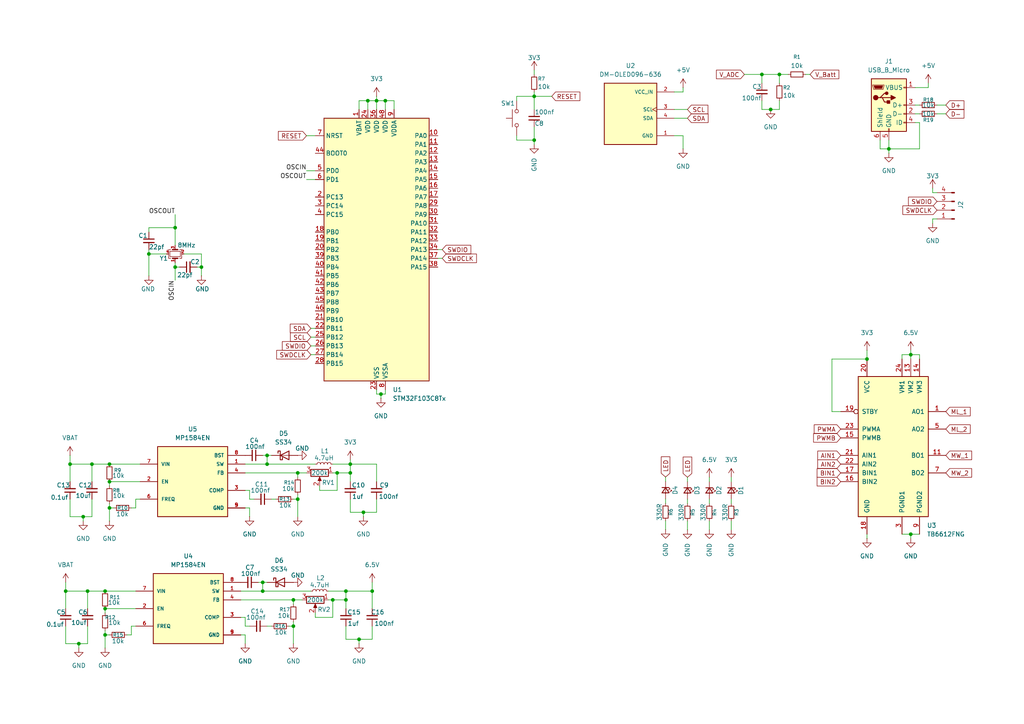
<source format=kicad_sch>
(kicad_sch (version 20250114) (generator "eeschema") (generator_version "9.0")
  (paper "A4")
  (title_block (title "Line Follower Robot") (date "7/13/2025"))
  (lib_symbols
    (symbol "Connector:Conn_01x04_Pin" (pin_names (offset 1.016) (hide yes))
      (property "Reference" "J" (at 0 5.08 0))
      (property "Value" "Conn_01x04_Pin" (at 0 -7.62 0))
      (symbol "Conn_01x04_Pin_1_1"
        (pin passive line (at 5.08 2.54 180) (length 3.81) (name "Pin_1") (number "1"))
        (pin passive line (at 5.08 0 180) (length 3.81) (name "Pin_2") (number "2"))
        (pin passive line (at 5.08 -2.54 180) (length 3.81) (name "Pin_3") (number "3"))
        (pin passive line (at 5.08 -5.08 180) (length 3.81) (name "Pin_4") (number "4"))
      )
    )
    (symbol "Connector:USB_B_Micro" (pin_names (offset 1.016))
      (property "Reference" "J" (at -5.08 11.43 0))
      (property "Value" "USB_B_Micro" (at -5.08 8.89 0))
      (symbol "USB_B_Micro_1_1"
        (pin passive line (at -2.54 -10.16 90) (length 2.54) (name "Shield") (number "6"))
        (pin power_out line (at 0 -10.16 90) (length 2.54) (name "GND") (number "5"))
        (pin power_out line (at 7.62 5.08 180) (length 2.54) (name "VBUS") (number "1"))
        (pin bidirectional line (at 7.62 0 180) (length 2.54) (name "D+") (number "3"))
        (pin bidirectional line (at 7.62 -2.54 180) (length 2.54) (name "D-") (number "2"))
        (pin passive line (at 7.62 -5.08 180) (length 2.54) (name "ID") (number "4"))
      )
    )
    (symbol "DM-OLED096-636:DM-OLED096-636" (pin_names (offset 1.016))
      (property "Reference" "U" (at -7.62 10.922 0))
      (property "Value" "DM-OLED096-636" (at -7.62 -10.16 0))
      (symbol "DM-OLED096-636_0_0"
        (pin power_in line (at 12.7 7.62 180) (length 5.08) (name "VCC_IN") (number "2"))
        (pin input clock (at 12.7 2.54 180) (length 5.08) (name "SCL") (number "3"))
        (pin bidirectional line (at 12.7 0 180) (length 5.08) (name "SDA") (number "4"))
        (pin power_in line (at 12.7 -5.08 180) (length 5.08) (name "GND") (number "1"))
      )
    )
    (symbol "Device:C_Small" (pin_numbers (hide yes)) (pin_names (offset 0.254) (hide yes))
      (property "Reference" "C" (at 0.254 1.778 0))
      (property "Value" "C_Small" (at 0.254 -2.032 0))
      (symbol "C_Small_1_1"
        (pin passive line (at 0 2.54 270) (length 2.032) (name "~") (number "1"))
        (pin passive line (at 0 -2.54 90) (length 2.032) (name "~") (number "2"))
      )
    )
    (symbol "Device:Crystal_GND24_Small" (pin_names (offset 1.016) (hide yes))
      (property "Reference" "Y" (at 1.27 4.445 0))
      (property "Value" "Crystal_GND24_Small" (at 1.27 2.54 0))
      (symbol "Crystal_GND24_Small_1_1"
        (pin passive line (at -2.54 0 0) (length 1.27) (name "1") (number "1"))
        (pin passive line (at 0 2.54 270) (length 0.635) (name "4") (number "4"))
        (pin passive line (at 0 -2.54 90) (length 0.635) (name "2") (number "2"))
        (pin passive line (at 2.54 0 180) (length 1.27) (name "3") (number "3"))
      )
    )
    (symbol "Device:LED_Small" (pin_numbers (hide yes)) (pin_names (offset 0.254) (hide yes))
      (property "Reference" "D" (at -1.27 3.175 0))
      (property "Value" "LED_Small" (at -4.445 -2.54 0))
      (symbol "LED_Small_1_1"
        (pin passive line (at -2.54 0 0) (length 1.778) (name "K") (number "1"))
        (pin passive line (at 2.54 0 180) (length 1.778) (name "A") (number "2"))
      )
    )
    (symbol "Device:L_Small" (pin_numbers (hide yes)) (pin_names (offset 0.254) (hide yes))
      (property "Reference" "L" (at 0.762 1.016 0))
      (property "Value" "L_Small" (at 0.762 -1.016 0))
      (symbol "L_Small_1_1"
        (pin passive line (at 0 2.54 270) (length 0.508) (name "~") (number "1"))
        (pin passive line (at 0 -2.54 90) (length 0.508) (name "~") (number "2"))
      )
    )
    (symbol "Device:R_Potentiometer" (pin_names (offset 1.016) (hide yes))
      (property "Reference" "RV" (at -4.445 0 90))
      (property "Value" "R_Potentiometer" (at -2.54 0 90))
      (symbol "R_Potentiometer_1_1"
        (pin passive line (at 0 3.81 270) (length 1.27) (name "1") (number "1"))
        (pin passive line (at 0 -3.81 90) (length 1.27) (name "3") (number "3"))
        (pin passive line (at 3.81 0 180) (length 1.27) (name "2") (number "2"))
      )
    )
    (symbol "Device:R_Small" (pin_numbers (hide yes)) (pin_names (offset 0.254) (hide yes))
      (property "Reference" "R" (at 0 0 90))
      (property "Value" "R_Small" (at 1.778 0 90))
      (symbol "R_Small_1_1"
        (pin passive line (at 0 2.54 270) (length 0.762) (name "~") (number "1"))
        (pin passive line (at 0 -2.54 90) (length 0.762) (name "~") (number "2"))
      )
    )
    (symbol "Diode:SS34" (pin_numbers (hide yes)) (pin_names (offset 1.016) (hide yes))
      (property "Reference" "D" (at 0 2.54 0))
      (property "Value" "SS34" (at 0 -2.54 0))
      (symbol "SS34_1_1"
        (pin passive line (at -3.81 0 0) (length 2.54) (name "K") (number "1"))
        (pin passive line (at 3.81 0 180) (length 2.54) (name "A") (number "2"))
      )
    )
    (symbol "Driver_Motor:TB6612FNG" (pin_names (offset 1.016))
      (property "Reference" "U" (at 11.43 17.78 0))
      (property "Value" "TB6612FNG" (at 11.43 15.24 0))
      (symbol "TB6612FNG_1_1"
        (pin input inverted (at -15.24 10.16 0) (length 5.08) (name "STBY") (number "19"))
        (pin input line (at -15.24 5.08 0) (length 5.08) (name "PWMA") (number "23"))
        (pin input line (at -15.24 2.54 0) (length 5.08) (name "PWMB") (number "15"))
        (pin input line (at -15.24 -2.54 0) (length 5.08) (name "AIN1") (number "21"))
        (pin input line (at -15.24 -5.08 0) (length 5.08) (name "AIN2") (number "22"))
        (pin input line (at -15.24 -7.62 0) (length 5.08) (name "BIN1") (number "17"))
        (pin input line (at -15.24 -10.16 0) (length 5.08) (name "BIN2") (number "16"))
        (pin power_in line (at -7.62 25.4 270) (length 5.08) (name "VCC") (number "20"))
        (pin power_in line (at -7.62 -25.4 90) (length 5.08) (name "GND") (number "18"))
        (pin power_in line (at 2.54 25.4 270) (length 5.08) (name "VM1") (number "24"))
        (pin power_in line (at 2.54 -25.4 90) (length 5.08) (name "PGND1") (number "3"))
        (pin passive line (at 2.54 -25.4 90) (length 5.08) (hide yes) (name "PGND1") (number "4"))
        (pin power_in line (at 5.08 25.4 270) (length 5.08) (name "VM2") (number "13"))
        (pin power_in line (at 7.62 25.4 270) (length 5.08) (name "VM3") (number "14"))
        (pin passive line (at 7.62 -25.4 90) (length 5.08) (hide yes) (name "PGND2") (number "10"))
        (pin power_in line (at 7.62 -25.4 90) (length 5.08) (name "PGND2") (number "9"))
        (pin output line (at 15.24 10.16 180) (length 5.08) (name "AO1") (number "1"))
        (pin passive line (at 15.24 10.16 180) (length 5.08) (hide yes) (name "AO1") (number "2"))
        (pin output line (at 15.24 5.08 180) (length 5.08) (name "AO2") (number "5"))
        (pin passive line (at 15.24 5.08 180) (length 5.08) (hide yes) (name "AO2") (number "6"))
        (pin output line (at 15.24 -2.54 180) (length 5.08) (name "BO1") (number "11"))
        (pin passive line (at 15.24 -2.54 180) (length 5.08) (hide yes) (name "BO1") (number "12"))
        (pin output line (at 15.24 -7.62 180) (length 5.08) (name "BO2") (number "7"))
        (pin passive line (at 15.24 -7.62 180) (length 5.08) (hide yes) (name "BO2") (number "8"))
      )
    )
    (symbol "MCU_ST_STM32F1:STM32F103C8Tx"
      (property "Reference" "U" (at -15.24 39.37 0))
      (property "Value" "STM32F103C8Tx" (at 7.62 39.37 0))
      (symbol "STM32F103C8Tx_1_1"
        (pin input line (at -17.78 33.02 0) (length 2.54) (name "NRST") (number "7"))
        (pin input line (at -17.78 27.94 0) (length 2.54) (name "BOOT0") (number "44"))
        (pin bidirectional line (at -17.78 22.86 0) (length 2.54) (name "PD0") (number "5"))
        (pin bidirectional line (at -17.78 20.32 0) (length 2.54) (name "PD1") (number "6"))
        (pin bidirectional line (at -17.78 15.24 0) (length 2.54) (name "PC13") (number "2"))
        (pin bidirectional line (at -17.78 12.7 0) (length 2.54) (name "PC14") (number "3"))
        (pin bidirectional line (at -17.78 10.16 0) (length 2.54) (name "PC15") (number "4"))
        (pin bidirectional line (at -17.78 5.08 0) (length 2.54) (name "PB0") (number "18"))
        (pin bidirectional line (at -17.78 2.54 0) (length 2.54) (name "PB1") (number "19"))
        (pin bidirectional line (at -17.78 0 0) (length 2.54) (name "PB2") (number "20"))
        (pin bidirectional line (at -17.78 -2.54 0) (length 2.54) (name "PB3") (number "39"))
        (pin bidirectional line (at -17.78 -5.08 0) (length 2.54) (name "PB4") (number "40"))
        (pin bidirectional line (at -17.78 -7.62 0) (length 2.54) (name "PB5") (number "41"))
        (pin bidirectional line (at -17.78 -10.16 0) (length 2.54) (name "PB6") (number "42"))
        (pin bidirectional line (at -17.78 -12.7 0) (length 2.54) (name "PB7") (number "43"))
        (pin bidirectional line (at -17.78 -15.24 0) (length 2.54) (name "PB8") (number "45"))
        (pin bidirectional line (at -17.78 -17.78 0) (length 2.54) (name "PB9") (number "46"))
        (pin bidirectional line (at -17.78 -20.32 0) (length 2.54) (name "PB10") (number "21"))
        (pin bidirectional line (at -17.78 -22.86 0) (length 2.54) (name "PB11") (number "22"))
        (pin bidirectional line (at -17.78 -25.4 0) (length 2.54) (name "PB12") (number "25"))
        (pin bidirectional line (at -17.78 -27.94 0) (length 2.54) (name "PB13") (number "26"))
        (pin bidirectional line (at -17.78 -30.48 0) (length 2.54) (name "PB14") (number "27"))
        (pin bidirectional line (at -17.78 -33.02 0) (length 2.54) (name "PB15") (number "28"))
        (pin power_in line (at -5.08 40.64 270) (length 2.54) (name "VBAT") (number "1"))
        (pin power_in line (at -2.54 40.64 270) (length 2.54) (name "VDD") (number "24"))
        (pin power_in line (at 0 40.64 270) (length 2.54) (name "VDD") (number "36"))
        (pin power_in line (at 0 -40.64 90) (length 2.54) (name "VSS") (number "23"))
        (pin passive line (at 0 -40.64 90) (length 2.54) (hide yes) (name "VSS") (number "35"))
        (pin passive line (at 0 -40.64 90) (length 2.54) (hide yes) (name "VSS") (number "47"))
        (pin power_in line (at 2.54 40.64 270) (length 2.54) (name "VDD") (number "48"))
        (pin power_in line (at 2.54 -40.64 90) (length 2.54) (name "VSSA") (number "8"))
        (pin power_in line (at 5.08 40.64 270) (length 2.54) (name "VDDA") (number "9"))
        (pin bidirectional line (at 17.78 33.02 180) (length 2.54) (name "PA0") (number "10"))
        (pin bidirectional line (at 17.78 30.48 180) (length 2.54) (name "PA1") (number "11"))
        (pin bidirectional line (at 17.78 27.94 180) (length 2.54) (name "PA2") (number "12"))
        (pin bidirectional line (at 17.78 25.4 180) (length 2.54) (name "PA3") (number "13"))
        (pin bidirectional line (at 17.78 22.86 180) (length 2.54) (name "PA4") (number "14"))
        (pin bidirectional line (at 17.78 20.32 180) (length 2.54) (name "PA5") (number "15"))
        (pin bidirectional line (at 17.78 17.78 180) (length 2.54) (name "PA6") (number "16"))
        (pin bidirectional line (at 17.78 15.24 180) (length 2.54) (name "PA7") (number "17"))
        (pin bidirectional line (at 17.78 12.7 180) (length 2.54) (name "PA8") (number "29"))
        (pin bidirectional line (at 17.78 10.16 180) (length 2.54) (name "PA9") (number "30"))
        (pin bidirectional line (at 17.78 7.62 180) (length 2.54) (name "PA10") (number "31"))
        (pin bidirectional line (at 17.78 5.08 180) (length 2.54) (name "PA11") (number "32"))
        (pin bidirectional line (at 17.78 2.54 180) (length 2.54) (name "PA12") (number "33"))
        (pin bidirectional line (at 17.78 0 180) (length 2.54) (name "PA13") (number "34"))
        (pin bidirectional line (at 17.78 -2.54 180) (length 2.54) (name "PA14") (number "37"))
        (pin bidirectional line (at 17.78 -5.08 180) (length 2.54) (name "PA15") (number "38"))
      )
    )
    (symbol "MP1584EN:MP1584EN" (pin_names (offset 1.016))
      (property "Reference" "U" (at -10.185 10.6942 0))
      (property "Value" "MP1584EN" (at -10.1723 -12.7154 0))
      (symbol "MP1584EN_0_0"
        (pin input line (at -15.24 5.08 0) (length 5.08) (name "VIN") (number "7"))
        (pin input line (at -15.24 0 0) (length 5.08) (name "EN") (number "2"))
        (pin input line (at -15.24 -5.08 0) (length 5.08) (name "FREQ") (number "6"))
        (pin passive line (at 15.24 7.62 180) (length 5.08) (name "BST") (number "8"))
        (pin output line (at 15.24 5.08 180) (length 5.08) (name "SW") (number "1"))
        (pin input line (at 15.24 2.54 180) (length 5.08) (name "FB") (number "4"))
        (pin output line (at 15.24 -2.54 180) (length 5.08) (name "COMP") (number "3"))
        (pin power_in line (at 15.24 -7.62 180) (length 5.08) (name "GND") (number "5"))
        (pin power_in line (at 15.24 -7.62 180) (length 5.08) (name "GND") (number "9"))
      )
    )
    (symbol "Switch:SW_Push" (pin_numbers (hide yes)) (pin_names (offset 1.016) (hide yes))
      (property "Reference" "SW" (at 1.27 2.54 0))
      (property "Value" "SW_Push" (at 0 -1.524 0))
      (symbol "SW_Push_0_1"
        (pin passive line (at -5.08 0 0) (length 2.54) (name "1") (number "1"))
        (pin passive line (at 5.08 0 180) (length 2.54) (name "2") (number "2"))
      )
    )
    (symbol "power:+3V3" (power) (pin_numbers (hide yes)) (pin_names (offset 0) (hide yes))
      (property "Value" "+3V3" (at 0 3.556 0))
      (symbol "+3V3_1_1"
        (pin power_in line (at 0 0 90) (length 0) (name "~") (number "1"))
      )
    )
    (symbol "power:+5V" (power) (pin_numbers (hide yes)) (pin_names (offset 0) (hide yes))
      (property "Value" "+5V" (at 0 3.556 0))
      (symbol "+5V_1_1"
        (pin power_in line (at 0 0 90) (length 0) (name "~") (number "1"))
      )
    )
    (symbol "power:GND" (power) (pin_numbers (hide yes)) (pin_names (offset 0) (hide yes))
      (property "Value" "GND" (at 0 -3.81 0))
      (symbol "GND_1_1"
        (pin power_in line (at 0 0 270) (length 0) (name "~") (number "1"))
      )
    )
    (symbol "power:VDC" (power) (pin_numbers (hide yes)) (pin_names (offset 0) (hide yes))
      (property "Value" "VDC" (at 0 3.556 0))
      (symbol "VDC_1_1"
        (pin power_in line (at 0 0 90) (length 0) (name "~") (number "1"))
      )
    )
  )
  (junction (at 257.81 43.18))
  (junction (at 251.46 104.14))
  (junction (at 96.52 173.99))
  (junction (at 226.06 21.59))
  (junction (at 85.09 181.61))
  (junction (at 264.16 102.87))
  (junction (at 101.6 134.62))
  (junction (at 43.18 73.66))
  (junction (at 154.94 40.64))
  (junction (at 223.52 31.75))
  (junction (at 50.8 77.47))
  (junction (at 100.33 171.45))
  (junction (at 104.14 185.42))
  (junction (at 30.48 184.15))
  (junction (at 30.48 171.45))
  (junction (at 220.98 21.59))
  (junction (at 30.48 176.53))
  (junction (at 76.2 171.45))
  (junction (at 77.47 134.62))
  (junction (at 264.16 154.94))
  (junction (at 111.76 29.21))
  (junction (at 109.22 29.21))
  (junction (at 31.75 134.62))
  (junction (at 26.67 134.62))
  (junction (at 24.13 149.86))
  (junction (at 22.86 186.69))
  (junction (at 154.94 27.94))
  (junction (at 77.47 132.08))
  (junction (at 86.36 137.16))
  (junction (at 97.79 137.16))
  (junction (at 76.2 168.91))
  (junction (at 25.4 171.45))
  (junction (at 106.68 29.21))
  (junction (at 31.75 139.7))
  (junction (at 110.49 114.3))
  (junction (at 107.95 171.45))
  (junction (at 31.75 147.32))
  (junction (at 19.05 171.45))
  (junction (at 86.36 144.78))
  (junction (at 100.33 173.99))
  (junction (at 85.09 173.99))
  (junction (at 58.42 77.47))
  (junction (at 101.6 137.16))
  (junction (at 20.32 134.62))
  (junction (at 50.8 66.04))
  (junction (at 105.41 148.59))
  (wire (pts (xy 109.22 29.21) (xy 109.22 27.94)))
  (wire (pts (xy 198.12 26.67) (xy 195.58 26.67)))
  (wire (pts (xy 154.94 20.32) (xy 154.94 21.59)))
  (wire (pts (xy 50.8 77.47) (xy 50.8 76.2)))
  (wire (pts (xy 269.24 25.4) (xy 265.43 25.4)))
  (wire (pts (xy 107.95 171.45) (xy 100.33 171.45)))
  (wire (pts (xy 212.09 146.05) (xy 212.09 144.78)))
  (wire (pts (xy 266.7 33.02) (xy 265.43 33.02)))
  (wire (pts (xy 111.76 29.21) (xy 109.22 29.21)))
  (wire (pts (xy 110.49 115.57) (xy 110.49 114.3)))
  (wire (pts (xy 74.93 168.91) (xy 76.2 168.91)))
  (wire (pts (xy 71.12 184.15) (xy 69.85 184.15)))
  (wire (pts (xy 72.39 142.24) (xy 72.39 144.78)))
  (wire (pts (xy 72.39 149.86) (xy 72.39 147.32)))
  (wire (pts (xy 25.4 186.69) (xy 25.4 181.61)))
  (wire (pts (xy 193.04 145.9863) (xy 193.04 144.7163)))
  (wire (pts (xy 97.79 137.16) (xy 101.6 137.16)))
  (wire (pts (xy 199.39 153.67) (xy 199.39 151.13)))
  (wire (pts (xy 95.25 173.99) (xy 96.52 173.99)))
  (wire (pts (xy 57.15 77.47) (xy 58.42 77.47)))
  (wire (pts (xy 25.4 176.53) (xy 25.4 171.45)))
  (wire (pts (xy 109.22 144.78) (xy 109.22 148.59)))
  (wire (pts (xy 31.75 146.05) (xy 31.75 147.32)))
  (wire (pts (xy 251.46 156.21) (xy 251.46 154.94)))
  (wire (pts (xy 39.37 144.78) (xy 40.64 144.78)))
  (wire (pts (xy 19.05 171.45) (xy 25.4 171.45)))
  (wire (pts (xy 31.75 147.32) (xy 33.02 147.32)))
  (wire (pts (xy 31.75 139.7) (xy 40.64 139.7)))
  (wire (pts (xy 19.05 181.61) (xy 19.05 186.69)))
  (wire (pts (xy 265.43 35.56) (xy 266.7 35.56)))
  (wire (pts (xy 101.6 148.59) (xy 101.6 144.78)))
  (wire (pts (xy 266.7 35.56) (xy 266.7 43.18)))
  (wire (pts (xy 38.1 184.15) (xy 38.1 181.61)))
  (wire (pts (xy 104.14 29.21) (xy 104.14 31.75)))
  (wire (pts (xy 226.06 21.59) (xy 228.6 21.59)))
  (wire (pts (xy 255.27 40.64) (xy 255.27 43.18)))
  (wire (pts (xy 274.32 30.48) (xy 271.78 30.48)))
  (wire (pts (xy 71.12 142.24) (xy 72.39 142.24)))
  (wire (pts (xy 215.9 21.59) (xy 220.98 21.59)))
  (wire (pts (xy 71.12 181.61) (xy 72.39 181.61)))
  (wire (pts (xy 105.41 148.59) (xy 105.41 149.86)))
  (wire (pts (xy 76.2 168.91) (xy 76.2 171.45)))
  (wire (pts (xy 264.16 154.94) (xy 266.7 154.94)))
  (wire (pts (xy 39.37 147.32) (xy 39.37 144.78)))
  (wire (pts (xy 85.09 181.61) (xy 85.09 186.69)))
  (wire (pts (xy 205.74 153.67) (xy 205.74 151.13)))
  (wire (pts (xy 90.17 102.87) (xy 91.44 102.87)))
  (wire (pts (xy 86.36 137.16) (xy 71.12 137.16)))
  (wire (pts (xy 20.32 134.62) (xy 20.32 139.7)))
  (wire (pts (xy 205.74 146.05) (xy 205.74 144.78)))
  (wire (pts (xy 109.22 148.59) (xy 105.41 148.59)))
  (wire (pts (xy 91.44 179.07) (xy 96.52 179.07)))
  (wire (pts (xy 128.27 72.39) (xy 127 72.39)))
  (wire (pts (xy 109.22 134.62) (xy 101.6 134.62)))
  (wire (pts (xy 36.83 184.15) (xy 38.1 184.15)))
  (wire (pts (xy 30.48 171.45) (xy 39.37 171.45)))
  (wire (pts (xy 87.63 173.99) (xy 85.09 173.99)))
  (wire (pts (xy 71.12 134.62) (xy 77.47 134.62)))
  (wire (pts (xy 96.52 179.07) (xy 96.52 173.99)))
  (wire (pts (xy 20.32 144.78) (xy 20.32 149.86)))
  (wire (pts (xy 154.94 27.94) (xy 160.02 27.94)))
  (wire (pts (xy 154.94 31.75) (xy 154.94 27.94)))
  (wire (pts (xy 52.07 77.47) (xy 50.8 77.47)))
  (wire (pts (xy 85.09 180.34) (xy 85.09 181.61)))
  (wire (pts (xy 111.76 29.21) (xy 114.3 29.21)))
  (wire (pts (xy 264.16 101.6) (xy 264.16 102.87)))
  (wire (pts (xy 24.13 149.86) (xy 26.67 149.86)))
  (wire (pts (xy 90.17 97.79) (xy 91.44 97.79)))
  (wire (pts (xy 85.09 144.78) (xy 86.36 144.78)))
  (wire (pts (xy 101.6 137.16) (xy 101.6 139.7)))
  (wire (pts (xy 86.36 137.16) (xy 86.36 138.43)))
  (wire (pts (xy 58.42 80.01) (xy 58.42 77.47)))
  (wire (pts (xy 257.81 43.18) (xy 257.81 40.64)))
  (wire (pts (xy 128.27 74.93) (xy 127 74.93)))
  (wire (pts (xy 220.98 31.75) (xy 220.98 29.21)))
  (wire (pts (xy 20.32 134.62) (xy 26.67 134.62)))
  (wire (pts (xy 30.48 184.15) (xy 30.48 187.96)))
  (wire (pts (xy 30.48 176.53) (xy 39.37 176.53)))
  (wire (pts (xy 97.79 142.24) (xy 97.79 137.16)))
  (wire (pts (xy 92.71 142.24) (xy 97.79 142.24)))
  (wire (pts (xy 110.49 114.3) (xy 111.76 114.3)))
  (wire (pts (xy 26.67 134.62) (xy 31.75 134.62)))
  (wire (pts (xy 270.51 64.77) (xy 270.51 63.5)))
  (wire (pts (xy 69.85 179.07) (xy 71.12 179.07)))
  (wire (pts (xy 255.27 43.18) (xy 257.81 43.18)))
  (wire (pts (xy 20.32 149.86) (xy 24.13 149.86)))
  (wire (pts (xy 88.9 49.53) (xy 91.44 49.53)))
  (wire (pts (xy 269.24 24.13) (xy 269.24 25.4)))
  (wire (pts (xy 50.8 81.28) (xy 50.8 77.47)))
  (wire (pts (xy 257.81 43.18) (xy 257.81 44.45)))
  (wire (pts (xy 220.98 21.59) (xy 226.06 21.59)))
  (wire (pts (xy 107.95 176.53) (xy 107.95 171.45)))
  (wire (pts (xy 88.9 39.37) (xy 91.44 39.37)))
  (wire (pts (xy 107.95 185.42) (xy 104.14 185.42)))
  (wire (pts (xy 106.68 29.21) (xy 106.68 31.75)))
  (wire (pts (xy 270.51 54.61) (xy 270.51 55.88)))
  (wire (pts (xy 264.16 154.94) (xy 264.16 156.21)))
  (wire (pts (xy 50.8 66.04) (xy 50.8 71.12)))
  (wire (pts (xy 19.05 171.45) (xy 19.05 176.53)))
  (wire (pts (xy 77.47 132.08) (xy 77.47 134.62)))
  (wire (pts (xy 22.86 187.96) (xy 22.86 186.69)))
  (wire (pts (xy 199.39 31.75) (xy 195.58 31.75)))
  (wire (pts (xy 30.48 184.15) (xy 31.75 184.15)))
  (wire (pts (xy 76.2 171.45) (xy 90.17 171.45)))
  (wire (pts (xy 266.7 43.18) (xy 257.81 43.18)))
  (wire (pts (xy 154.94 41.91) (xy 154.94 40.64)))
  (wire (pts (xy 101.6 133.35) (xy 101.6 134.62)))
  (wire (pts (xy 111.76 114.3) (xy 111.76 113.03)))
  (wire (pts (xy 88.9 52.07) (xy 91.44 52.07)))
  (wire (pts (xy 100.33 173.99) (xy 100.33 176.53)))
  (wire (pts (xy 220.98 21.59) (xy 220.98 24.13)))
  (wire (pts (xy 109.22 29.21) (xy 106.68 29.21)))
  (wire (pts (xy 270.51 63.5) (xy 271.78 63.5)))
  (wire (pts (xy 261.62 104.14) (xy 261.62 102.87)))
  (wire (pts (xy 261.62 102.87) (xy 264.16 102.87)))
  (wire (pts (xy 38.1 181.61) (xy 39.37 181.61)))
  (wire (pts (xy 193.04 138.3663) (xy 193.04 139.6363)))
  (wire (pts (xy 106.68 29.21) (xy 104.14 29.21)))
  (wire (pts (xy 43.18 80.01) (xy 43.18 73.66)))
  (wire (pts (xy 154.94 26.67) (xy 154.94 27.94)))
  (wire (pts (xy 114.3 29.21) (xy 114.3 31.75)))
  (wire (pts (xy 154.94 40.64) (xy 154.94 36.83)))
  (wire (pts (xy 264.16 102.87) (xy 266.7 102.87)))
  (wire (pts (xy 226.06 29.21) (xy 226.06 31.75)))
  (wire (pts (xy 58.42 73.66) (xy 53.34 73.66)))
  (wire (pts (xy 50.8 62.23) (xy 50.8 66.04)))
  (wire (pts (xy 270.51 55.88) (xy 271.78 55.88)))
  (wire (pts (xy 96.52 134.62) (xy 101.6 134.62)))
  (wire (pts (xy 43.18 66.04) (xy 50.8 66.04)))
  (wire (pts (xy 71.12 186.69) (xy 71.12 184.15)))
  (wire (pts (xy 274.32 33.02) (xy 271.78 33.02)))
  (wire (pts (xy 261.62 154.94) (xy 264.16 154.94)))
  (wire (pts (xy 69.85 171.45) (xy 76.2 171.45)))
  (wire (pts (xy 266.7 102.87) (xy 266.7 104.14)))
  (wire (pts (xy 107.95 181.61) (xy 107.95 185.42)))
  (wire (pts (xy 266.7 30.48) (xy 265.43 30.48)))
  (wire (pts (xy 212.09 153.67) (xy 212.09 151.13)))
  (wire (pts (xy 78.74 132.08) (xy 77.47 132.08)))
  (wire (pts (xy 223.52 31.75) (xy 226.06 31.75)))
  (wire (pts (xy 72.39 144.78) (xy 73.66 144.78)))
  (wire (pts (xy 95.25 171.45) (xy 100.33 171.45)))
  (wire (pts (xy 233.68 21.59) (xy 234.95 21.59)))
  (wire (pts (xy 83.82 181.61) (xy 85.09 181.61)))
  (wire (pts (xy 100.33 185.42) (xy 100.33 181.61)))
  (wire (pts (xy 226.06 21.59) (xy 226.06 24.13)))
  (wire (pts (xy 199.39 146.05) (xy 199.39 144.78)))
  (wire (pts (xy 199.39 34.29) (xy 195.58 34.29)))
  (wire (pts (xy 100.33 173.99) (xy 100.33 171.45)))
  (wire (pts (xy 198.12 39.37) (xy 195.58 39.37)))
  (wire (pts (xy 38.1 147.32) (xy 39.37 147.32)))
  (wire (pts (xy 241.3 119.38) (xy 241.3 104.14)))
  (wire (pts (xy 96.52 173.99) (xy 100.33 173.99)))
  (wire (pts (xy 78.74 181.61) (xy 77.47 181.61)))
  (wire (pts (xy 26.67 149.86) (xy 26.67 144.78)))
  (wire (pts (xy 77.47 168.91) (xy 76.2 168.91)))
  (wire (pts (xy 264.16 102.87) (xy 264.16 104.14)))
  (wire (pts (xy 31.75 140.97) (xy 31.75 139.7)))
  (wire (pts (xy 198.12 43.18) (xy 198.12 39.37)))
  (wire (pts (xy 109.22 29.21) (xy 109.22 31.75)))
  (wire (pts (xy 88.9 137.16) (xy 86.36 137.16)))
  (wire (pts (xy 212.09 138.43) (xy 212.09 139.7)))
  (wire (pts (xy 30.48 182.88) (xy 30.48 184.15)))
  (wire (pts (xy 241.3 104.14) (xy 251.46 104.14)))
  (wire (pts (xy 111.76 29.21) (xy 111.76 31.75)))
  (wire (pts (xy 43.18 72.39) (xy 43.18 73.66)))
  (wire (pts (xy 251.46 101.6) (xy 251.46 104.14)))
  (wire (pts (xy 107.95 168.91) (xy 107.95 171.45)))
  (wire (pts (xy 31.75 134.62) (xy 40.64 134.62)))
  (wire (pts (xy 22.86 186.69) (xy 25.4 186.69)))
  (wire (pts (xy 109.22 114.3) (xy 110.49 114.3)))
  (wire (pts (xy 80.01 144.78) (xy 78.74 144.78)))
  (wire (pts (xy 149.86 40.64) (xy 154.94 40.64)))
  (wire (pts (xy 149.86 27.94) (xy 154.94 27.94)))
  (wire (pts (xy 72.39 147.32) (xy 71.12 147.32)))
  (wire (pts (xy 24.13 151.13) (xy 24.13 149.86)))
  (wire (pts (xy 109.22 139.7) (xy 109.22 134.62)))
  (wire (pts (xy 96.52 137.16) (xy 97.79 137.16)))
  (wire (pts (xy 20.32 132.08) (xy 20.32 134.62)))
  (wire (pts (xy 220.98 31.75) (xy 223.52 31.75)))
  (wire (pts (xy 31.75 147.32) (xy 31.75 151.13)))
  (wire (pts (xy 104.14 185.42) (xy 100.33 185.42)))
  (wire (pts (xy 19.05 186.69) (xy 22.86 186.69)))
  (wire (pts (xy 71.12 179.07) (xy 71.12 181.61)))
  (wire (pts (xy 104.14 185.42) (xy 104.14 186.69)))
  (wire (pts (xy 76.2 132.08) (xy 77.47 132.08)))
  (wire (pts (xy 101.6 137.16) (xy 101.6 134.62)))
  (wire (pts (xy 91.44 179.07) (xy 91.44 177.8)))
  (wire (pts (xy 85.09 173.99) (xy 69.85 173.99)))
  (wire (pts (xy 149.86 29.21) (xy 149.86 27.94)))
  (wire (pts (xy 199.39 138.43) (xy 199.39 139.7)))
  (wire (pts (xy 43.18 67.31) (xy 43.18 66.04)))
  (wire (pts (xy 193.04 153.6063) (xy 193.04 151.0663)))
  (wire (pts (xy 77.47 134.62) (xy 91.44 134.62)))
  (wire (pts (xy 90.17 100.33) (xy 91.44 100.33)))
  (wire (pts (xy 58.42 77.47) (xy 58.42 73.66)))
  (wire (pts (xy 25.4 171.45) (xy 30.48 171.45)))
  (wire (pts (xy 149.86 39.37) (xy 149.86 40.64)))
  (wire (pts (xy 109.22 113.03) (xy 109.22 114.3)))
  (wire (pts (xy 85.09 173.99) (xy 85.09 175.26)))
  (wire (pts (xy 43.18 73.66) (xy 48.26 73.66)))
  (wire (pts (xy 92.71 142.24) (xy 92.71 140.97)))
  (wire (pts (xy 86.36 143.51) (xy 86.36 144.78)))
  (wire (pts (xy 86.36 144.78) (xy 86.36 149.86)))
  (wire (pts (xy 205.74 138.43) (xy 205.74 139.7)))
  (wire (pts (xy 105.41 148.59) (xy 101.6 148.59)))
  (wire (pts (xy 30.48 177.8) (xy 30.48 176.53)))
  (wire (pts (xy 26.67 139.7) (xy 26.67 134.62)))
  (wire (pts (xy 243.84 119.38) (xy 241.3 119.38)))
  (wire (pts (xy 198.12 25.4) (xy 198.12 26.67)))
  (wire (pts (xy 90.17 95.25) (xy 91.44 95.25)))
  (wire (pts (xy 19.05 168.91) (xy 19.05 171.45)))
  (label "OSCOUT" (at 50.8 62.23 180))
  (label "OSCIN" (at 50.8 81.28 270))
  (label "OSCOUT" (at 88.9 52.07 180))
  (label "OSCIN" (at 88.9 49.53 180))
  (global_label "SWDIO" (shape input) (at 271.78 58.42 180) (property "Intersheetrefs" "${INTERSHEET_REFS}" (effects (hide yes))))
  (global_label "D+" (shape input) (at 274.32 30.48 0) (property "Intersheetrefs" "${INTERSHEET_REFS}" (effects (hide yes))))
  (global_label "SWDIO" (shape input) (at 128.27 72.39 0) (property "Intersheetrefs" "${INTERSHEET_REFS}" (effects (hide yes))))
  (global_label "PWMB" (shape input) (at 243.84 127 180) (property "Intersheetrefs" "${INTERSHEET_REFS}" (effects (hide yes))))
  (global_label "V_ADC" (shape input) (at 215.9 21.59 180) (property "Intersheetrefs" "${INTERSHEET_REFS}" (effects (hide yes))))
  (global_label "V_Batt" (shape input) (at 234.95 21.59 0) (property "Intersheetrefs" "${INTERSHEET_REFS}" (effects (hide yes))))
  (global_label "SCL" (shape input) (at 199.39 31.75 0) (property "Intersheetrefs" "${INTERSHEET_REFS}" (effects (hide yes))))
  (global_label "ML_2" (shape input) (at 274.32 124.46 0) (property "Intersheetrefs" "${INTERSHEET_REFS}" (effects (hide yes))))
  (global_label "SWDCLK" (shape input) (at 90.17 102.87 180) (property "Intersheetrefs" "${INTERSHEET_REFS}" (effects (hide yes))))
  (global_label "SWDCLK" (shape input) (at 271.78 60.96 180) (property "Intersheetrefs" "${INTERSHEET_REFS}" (effects (hide yes))))
  (global_label "SWDIO" (shape input) (at 90.17 100.33 180) (property "Intersheetrefs" "${INTERSHEET_REFS}" (effects (hide yes))))
  (global_label "RESET" (shape input) (at 88.9 39.37 180) (property "Intersheetrefs" "${INTERSHEET_REFS}" (effects (hide yes))))
  (global_label "MW_2" (shape input) (at 274.32 137.16 0) (property "Intersheetrefs" "${INTERSHEET_REFS}" (effects (hide yes))))
  (global_label "PWMA" (shape input) (at 243.84 124.46 180) (property "Intersheetrefs" "${INTERSHEET_REFS}" (effects (hide yes))))
  (global_label "ML_1" (shape input) (at 274.32 119.38 0) (property "Intersheetrefs" "${INTERSHEET_REFS}" (effects (hide yes))))
  (global_label "SDA" (shape input) (at 199.39 34.29 0) (property "Intersheetrefs" "${INTERSHEET_REFS}" (effects (hide yes))))
  (global_label "RESET" (shape input) (at 160.02 27.94 0) (property "Intersheetrefs" "${INTERSHEET_REFS}" (effects (hide yes))))
  (global_label "BIN1" (shape input) (at 243.84 137.16 180) (property "Intersheetrefs" "${INTERSHEET_REFS}" (effects (hide yes))))
  (global_label "MW_1" (shape input) (at 274.32 132.08 0) (property "Intersheetrefs" "${INTERSHEET_REFS}" (effects (hide yes))))
  (global_label "LED" (shape input) (at 199.39 138.43 90) (property "Intersheetrefs" "${INTERSHEET_REFS}" (effects (hide yes))))
  (global_label "SWDCLK" (shape input) (at 128.27 74.93 0) (property "Intersheetrefs" "${INTERSHEET_REFS}" (effects (hide yes))))
  (global_label "SDA" (shape input) (at 90.17 95.25 180) (property "Intersheetrefs" "${INTERSHEET_REFS}" (effects (hide yes))))
  (global_label "AIN2" (shape input) (at 243.84 134.62 180) (property "Intersheetrefs" "${INTERSHEET_REFS}" (effects (hide yes))))
  (global_label "LED" (shape input) (at 193.04 138.3663 90) (property "Intersheetrefs" "${INTERSHEET_REFS}" (effects (hide yes))))
  (global_label "SCL" (shape input) (at 90.17 97.79 180) (property "Intersheetrefs" "${INTERSHEET_REFS}" (effects (hide yes))))
  (global_label "D-" (shape input) (at 274.32 33.02 0) (property "Intersheetrefs" "${INTERSHEET_REFS}" (effects (hide yes))))
  (global_label "BIN2" (shape input) (at 243.84 139.7 180) (property "Intersheetrefs" "${INTERSHEET_REFS}" (effects (hide yes))))
  (global_label "AIN1" (shape input) (at 243.84 132.08 180) (property "Intersheetrefs" "${INTERSHEET_REFS}" (effects (hide yes))))
  (symbol (lib_id "power:GND") (at 199.39 153.67 0) (unit 1)
    (property "Reference" "#PWR020" (effects (hide yes)))
    (property "Value" "GND" (at 199.3901 157.48 90) (effects (justify right)))
    (property "Description" "Power symbol creates a global label with name \"GND\" , ground" (effects (hide yes)))
  )
  (symbol (lib_id "power:GND") (at 72.39 149.86 0) (unit 1)
    (property "Reference" "#PWR028" (effects (hide yes)))
    (property "Value" "GND" (at 72.39 154.94 0))
    (property "Description" "Power symbol creates a global label with name \"GND\" , ground" (effects (hide yes)))
  )
  (symbol (lib_id "Device:C_Small") (at 109.22 142.24 180) (unit 1)
    (property "Reference" "C9" (at 112.776 140.716 0) (effects (justify left)))
    (property "Value" "1uf" (at 105.41 144.018 0) (effects (justify left)))
    (property "Description" "Unpolarized capacitor, small symbol" (effects (hide yes)))
  )
  (symbol (lib_id "Connector:USB_B_Micro") (at 257.81 30.48 0) (unit 1)
    (property "Reference" "J1" (at 257.81 17.78 0))
    (property "Value" "USB_B_Micro" (at 257.81 20.32 0))
    (property "Description" "USB Micro Type B connector" (effects (hide yes)))
  )
  (symbol (lib_id "power:GND") (at 24.13 151.13 0) (unit 1)
    (property "Reference" "#PWR030" (effects (hide yes)))
    (property "Value" "GND" (at 24.13 156.21 0))
    (property "Description" "Power symbol creates a global label with name \"GND\" , ground" (effects (hide yes)))
  )
  (symbol (lib_id "power:GND") (at 86.36 149.86 0) (unit 1)
    (property "Reference" "#PWR033" (effects (hide yes)))
    (property "Value" "GND" (at 86.36 154.94 0))
    (property "Description" "Power symbol creates a global label with name \"GND\" , ground" (effects (hide yes)))
  )
  (symbol (lib_id "power:GND") (at 264.16 156.21 0) (unit 1)
    (property "Reference" "#PWR011" (effects (hide yes)))
    (property "Value" "GND" (at 264.16 161.29 0))
    (property "Description" "Power symbol creates a global label with name \"GND\" , ground" (effects (hide yes)))
  )
  (symbol (lib_id "Diode:SS34") (at 81.28 168.91 0) (unit 1)
    (property "Reference" "D6" (at 80.9625 162.56 0))
    (property "Value" "SS34" (at 80.9625 165.1 0))
    (property "Footprint" "Diode_SMD:D_SMA" (effects (hide yes)))
    (property "Datasheet" "https://www.vishay.com/docs/88751/ss32.pdf" (effects (hide yes)))
    (property "Description" "40V 3A Schottky Diode, SMA" (effects (hide yes)))
  )
  (symbol (lib_id "power:GND") (at 223.52 31.75 0) (unit 1)
    (property "Reference" "#PWR09" (effects (hide yes)))
    (property "Value" "GND" (at 223.52 36.83 0))
    (property "Description" "Power symbol creates a global label with name \"GND\" , ground" (effects (hide yes)))
  )
  (symbol (lib_id "power:GND") (at 193.04 153.6063 0) (unit 1)
    (property "Reference" "#PWR021" (effects (hide yes)))
    (property "Value" "GND" (at 193.0401 157.4163 90) (effects (justify right)))
    (property "Description" "Power symbol creates a global label with name \"GND\" , ground" (effects (hide yes)))
  )
  (symbol (lib_id "power:GND") (at 154.94 41.91 0) (unit 1)
    (property "Reference" "#PWR025" (effects (hide yes)))
    (property "Value" "GND" (at 154.9401 45.72 90) (effects (justify right)))
    (property "Description" "Power symbol creates a global label with name \"GND\" , ground" (effects (hide yes)))
  )
  (symbol (lib_id "power:GND") (at 22.86 187.96 0) (unit 1)
    (property "Reference" "#PWR029" (effects (hide yes)))
    (property "Value" "GND" (at 22.86 193.04 0))
    (property "Description" "Power symbol creates a global label with name \"GND\" , ground" (effects (hide yes)))
  )
  (symbol (lib_id "power:GND") (at 212.09 153.67 0) (unit 1)
    (property "Reference" "#PWR018" (effects (hide yes)))
    (property "Value" "GND" (at 212.0901 157.48 90) (effects (justify right)))
    (property "Description" "Power symbol creates a global label with name \"GND\" , ground" (effects (hide yes)))
  )
  (symbol (lib_id "Device:C_Small") (at 107.95 179.07 180) (unit 1)
    (property "Reference" "C16" (at 111.506 177.546 0) (effects (justify left)))
    (property "Value" "1uf" (at 104.14 180.848 0) (effects (justify left)))
    (property "Description" "Unpolarized capacitor, small symbol" (effects (hide yes)))
  )
  (symbol (lib_id "Device:R_Small") (at 30.48 180.34 180) (unit 1)
    (property "Reference" "R12" (at 33.528 179.07 0) (effects (font (size 1.016 1.016)) (justify left)))
    (property "Value" "10k" (at 35.052 180.594 0) (effects (justify left)))
    (property "Description" "Resistor, small symbol" (effects (hide yes)))
  )
  (symbol (lib_id "power:VDC") (at 251.46 101.6 0) (unit 1)
    (property "Reference" "#PWR014" (effects (hide yes)))
    (property "Value" "3V3" (at 251.46 96.52 0))
    (property "Description" "Power symbol creates a global label with name \"VDC\"" (effects (hide yes)))
  )
  (symbol (lib_id "Device:R_Small") (at 154.94 24.13 0) (unit 1)
    (property "Reference" "R7" (at 155.956 22.86 0) (effects (font (size 1.016 1.016)) (justify left)))
    (property "Value" "10k" (at 155.956 25.146 0) (effects (justify left)))
    (property "Description" "Resistor, small symbol" (effects (hide yes)))
  )
  (symbol (lib_id "Device:R_Small") (at 193.04 148.5263 0) (unit 1)
    (property "Reference" "R6" (at 194.564 148.5263 90) (effects (font (size 1.016 1.016))))
    (property "Value" "330R" (at 191.262 148.5263 90))
    (property "Description" "Resistor, small symbol" (effects (hide yes)))
  )
  (symbol (lib_id "power:VDC") (at 20.32 132.08 0) (unit 1)
    (property "Reference" "#PWR016" (effects (hide yes)))
    (property "Value" "VBAT" (at 20.32 127 0))
    (property "Description" "Power symbol creates a global label with name \"VDC\"" (effects (hide yes)))
  )
  (symbol (lib_id "Device:C_Small") (at 73.66 132.08 270) (unit 1)
    (property "Reference" "C4" (at 72.39 127.762 90) (effects (justify left)))
    (property "Value" "100nf" (at 71.12 129.54 90) (effects (justify left)))
    (property "Description" "Unpolarized capacitor, small symbol" (effects (hide yes)))
  )
  (symbol (lib_id "Device:R_Small") (at 226.06 26.67 0) (unit 1)
    (property "Reference" "R2" (at 227.076 25.4 0) (effects (font (size 1.016 1.016)) (justify left)))
    (property "Value" "10k" (at 227.076 27.686 0) (effects (justify left)))
    (property "Description" "Resistor, small symbol" (effects (hide yes)))
  )
  (symbol (lib_id "Device:R_Small") (at 269.24 33.02 90) (unit 1)
    (property "Reference" "R19" (at 269.24 34.798 90) (effects (font (size 1.016 1.016))))
    (property "Value" "10k" (at 269.24 33.02 90))
    (property "Description" "Resistor, small symbol" (effects (hide yes)))
  )
  (symbol (lib_id "Device:R_Small") (at 35.56 147.32 90) (unit 1)
    (property "Reference" "R10" (at 37.084 147.32 90) (effects (font (size 1.016 1.016)) (justify left)))
    (property "Value" "10k" (at 37.338 149.098 90) (effects (justify left)))
    (property "Description" "Resistor, small symbol" (effects (hide yes)))
  )
  (symbol (lib_id "Device:R_Small") (at 205.74 148.59 0) (unit 1)
    (property "Reference" "R4" (at 207.264 148.59 90) (effects (font (size 1.016 1.016))))
    (property "Value" "330R" (at 203.962 148.59 90))
    (property "Description" "Resistor, small symbol" (effects (hide yes)))
  )
  (symbol (lib_id "power:GND") (at 31.75 151.13 0) (unit 1)
    (property "Reference" "#PWR031" (effects (hide yes)))
    (property "Value" "GND" (at 31.75 156.21 0))
    (property "Description" "Power symbol creates a global label with name \"GND\" , ground" (effects (hide yes)))
  )
  (symbol (lib_id "power:VDC") (at 270.51 54.61 0) (unit 1)
    (property "Reference" "#PWR027" (effects (hide yes)))
    (property "Value" "3V3" (at 270.51 51.054 0))
    (property "Description" "Power symbol creates a global label with name \"VDC\"" (effects (hide yes)))
  )
  (symbol (lib_id "Device:LED_Small") (at 212.09 142.24 270) (unit 1)
    (property "Reference" "D1" (at 214.884 142.24 0))
    (property "Value" "LED_Small" (effects (hide yes)))
    (property "Description" "Light emitting diode, small symbol" (effects (hide yes)))
    (property "Sim.Pin" "1=K 2=A" (effects (hide yes)))
  )
  (symbol (lib_id "power:VDC") (at 19.05 168.91 0) (unit 1)
    (property "Reference" "#PWR012" (effects (hide yes)))
    (property "Value" "VBAT" (at 19.05 163.83 0))
    (property "Description" "Power symbol creates a global label with name \"VDC\"" (effects (hide yes)))
  )
  (symbol (lib_id "Device:R_Small") (at 81.28 181.61 270) (unit 1)
    (property "Reference" "R16" (at 82.804 181.61 90) (effects (font (size 1.016 1.016)) (justify right)))
    (property "Value" "10k" (at 83.312 183.388 90) (effects (justify right)))
    (property "Description" "Resistor, small symbol" (effects (hide yes)))
  )
  (symbol (lib_id "DM-OLED096-636:DM-OLED096-636") (at 182.88 34.29 0) (unit 1)
    (property "Reference" "U2" (at 182.88 19.05 0))
    (property "Value" "DM-OLED096-636" (at 182.88 21.59 0))
    (property "Footprint" "DM-OLED096-636:MODULE_DM-OLED096-636" (effects (hide yes)))
    (property "MF" "Display Module" (effects (hide yes)))
    (property "MAXIMUM_PACKAGE_HEIGHT" "11.3 mm" (effects (hide yes)))
    (property "Package" "Package" (effects (hide yes)))
    (property "Price" "None" (effects (hide yes)))
    (property "Check_prices" "https://www.snapeda.com/parts/DM-OLED096-636/Display+Module/view-part/?ref=eda" (effects (hide yes)))
    (property "STANDARD" "Manufacturer Recommendations" (effects (hide yes)))
    (property "PARTREV" "2018-09-10" (effects (hide yes)))
    (property "SnapEDA_Link" "https://www.snapeda.com/parts/DM-OLED096-636/Display+Module/view-part/?ref=snap" (effects (hide yes)))
    (property "MP" "DM-OLED096-636" (effects (hide yes)))
    (property "Description_1" "0.96” 128 X 64 MONOCHROME GRAPHIC OLED DISPLAY MODULE - I2C" (effects (hide yes)))
    (property "Availability" "Not in stock" (effects (hide yes)))
    (property "MANUFACTURER" "Displaymodule" (effects (hide yes)))
  )
  (symbol (lib_id "Device:C_Small") (at 154.94 34.29 180) (unit 1)
    (property "Reference" "C8" (at 157.734 35.814 0) (effects (justify left)))
    (property "Value" "100nf" (at 160.782 32.512 0) (effects (justify left)))
    (property "Description" "Unpolarized capacitor, small symbol" (effects (hide yes)))
  )
  (symbol (lib_id "Device:C_Small") (at 19.05 179.07 180) (unit 1)
    (property "Reference" "C5" (at 19.05 177.546 0) (effects (justify left)))
    (property "Value" "0.1uf" (at 18.542 181.102 0) (effects (justify left)))
    (property "Description" "Unpolarized capacitor, small symbol" (effects (hide yes)))
  )
  (symbol (lib_id "Device:C_Small") (at 54.61 77.47 90) (unit 1)
    (property "Reference" "C2" (at 57.912 75.946 90) (effects (justify left)))
    (property "Value" "22pf" (at 55.88 79.756 90) (effects (justify left)))
    (property "Description" "Unpolarized capacitor, small symbol" (effects (hide yes)))
  )
  (symbol (lib_id "power:GND") (at 85.09 186.69 0) (unit 1)
    (property "Reference" "#PWR038" (effects (hide yes)))
    (property "Value" "GND" (at 85.09 191.77 0))
    (property "Description" "Power symbol creates a global label with name \"GND\" , ground" (effects (hide yes)))
  )
  (symbol (lib_id "Device:LED_Small") (at 199.39 142.24 270) (unit 1)
    (property "Reference" "D3" (at 202.184 142.24 0))
    (property "Value" "LED_Small" (effects (hide yes)))
    (property "Description" "Light emitting diode, small symbol" (effects (hide yes)))
    (property "Sim.Pin" "1=K 2=A" (effects (hide yes)))
  )
  (symbol (lib_id "power:GND") (at 105.41 149.86 0) (unit 1)
    (property "Reference" "#PWR032" (effects (hide yes)))
    (property "Value" "GND" (at 105.41 154.94 0))
    (property "Description" "Power symbol creates a global label with name \"GND\" , ground" (effects (hide yes)))
  )
  (symbol (lib_id "power:VDC") (at 212.09 138.43 0) (unit 1)
    (property "Reference" "#PWR022" (effects (hide yes)))
    (property "Value" "3V3" (at 212.09 133.35 0))
    (property "Description" "Power symbol creates a global label with name \"VDC\"" (effects (hide yes)))
  )
  (symbol (lib_id "MP1584EN:MP1584EN") (at 55.88 139.7 0) (unit 1)
    (property "Reference" "U5" (at 55.88 124.46 0))
    (property "Value" "MP1584EN" (at 55.88 127 0))
    (property "Footprint" "MP1584EN:SOIC127P600X170-9N" (effects (hide yes)))
    (property "MF" "Monolithic Power" (effects (hide yes)))
    (property "PACKAGE" "None" (effects (hide yes)))
    (property "PRICE" "None" (effects (hide yes)))
    (property "Package" "SOIC-8 Monolithic Power" (effects (hide yes)))
    (property "Check_prices" "https://www.snapeda.com/parts/MP1584EN/Monolithic+Power+Systems/view-part/?ref=eda" (effects (hide yes)))
    (property "STANDARD" "IPC-7351B" (effects (hide yes)))
    (property "SnapEDA_Link" "https://www.snapeda.com/parts/MP1584EN/Monolithic+Power+Systems/view-part/?ref=snap" (effects (hide yes)))
    (property "MP" "MP1584EN" (effects (hide yes)))
    (property "Price" "None" (effects (hide yes)))
    (property "Availability" "Not in stock" (effects (hide yes)))
    (property "AVAILABILITY" "Unavailable" (effects (hide yes)))
    (property "Description_1" "Buck Switching Regulator IC Positive Adjustable 0.8V 1 Output 3A 8-SOIC (0.154, 3.90mm Width) Exposed Pad" (effects (hide yes)))
  )
  (symbol (lib_id "Device:R_Potentiometer") (at 91.44 173.99 270) (unit 1)
    (property "Reference" "RV2" (at 93.98 176.784 90))
    (property "Value" "200k" (at 91.44 173.99 90))
    (property "Description" "Potentiometer" (effects (hide yes)))
  )
  (symbol (lib_id "Device:R_Small") (at 231.14 21.59 90) (unit 1)
    (property "Reference" "R1" (at 231.14 16.51 90) (effects (font (size 1.016 1.016))))
    (property "Value" "10k" (at 231.14 19.05 90))
    (property "Description" "Resistor, small symbol" (effects (hide yes)))
  )
  (symbol (lib_id "Device:LED_Small") (at 205.74 142.24 270) (unit 1)
    (property "Reference" "D2" (at 208.534 142.24 0))
    (property "Value" "LED_Small" (effects (hide yes)))
    (property "Description" "Light emitting diode, small symbol" (effects (hide yes)))
    (property "Sim.Pin" "1=K 2=A" (effects (hide yes)))
  )
  (symbol (lib_id "Device:LED_Small") (at 193.04 142.1763 270) (unit 1)
    (property "Reference" "D4" (at 195.834 142.1763 0))
    (property "Value" "LED_Small" (effects (hide yes)))
    (property "Description" "Light emitting diode, small symbol" (effects (hide yes)))
    (property "Sim.Pin" "1=K 2=A" (effects (hide yes)))
  )
  (symbol (lib_id "Device:R_Small") (at 212.09 148.59 0) (unit 1)
    (property "Reference" "R3" (at 213.614 148.59 90) (effects (font (size 1.016 1.016))))
    (property "Value" "330R" (at 210.312 148.59 90))
    (property "Description" "Resistor, small symbol" (effects (hide yes)))
  )
  (symbol (lib_id "power:VDC") (at 264.16 101.6 0) (unit 1)
    (property "Reference" "#PWR015" (effects (hide yes)))
    (property "Value" "6.5V" (at 264.16 96.52 0))
    (property "Description" "Power symbol creates a global label with name \"VDC\"" (effects (hide yes)))
  )
  (symbol (lib_id "Device:R_Small") (at 85.09 177.8 180) (unit 1)
    (property "Reference" "R17" (at 81.026 176.784 0) (effects (font (size 1.016 1.016)) (justify right)))
    (property "Value" "10k" (at 80.518 178.562 0) (effects (justify right)))
    (property "Description" "Resistor, small symbol" (effects (hide yes)))
  )
  (symbol (lib_id "Device:C_Small") (at 26.67 142.24 180) (unit 1)
    (property "Reference" "C12" (at 26.67 140.716 0) (effects (justify left)))
    (property "Value" "10uf" (at 26.416 143.764 0) (effects (justify left)))
    (property "Description" "Unpolarized capacitor, small symbol" (effects (hide yes)))
  )
  (symbol (lib_id "Device:R_Potentiometer") (at 92.71 137.16 270) (unit 1)
    (property "Reference" "RV1" (at 95.25 139.954 90))
    (property "Value" "200k" (at 92.71 137.16 90))
    (property "Description" "Potentiometer" (effects (hide yes)))
  )
  (symbol (lib_id "power:GND") (at 86.36 132.08 90) (unit 1)
    (property "Reference" "#PWR034" (effects (hide yes)))
    (property "Value" "GND" (at 85.598 130.048 90) (effects (justify right)))
    (property "Description" "Power symbol creates a global label with name \"GND\" , ground" (effects (hide yes)))
  )
  (symbol (lib_id "power:GND") (at 58.42 80.01 0) (unit 1)
    (property "Reference" "#PWR03" (effects (hide yes)))
    (property "Value" "GND" (at 58.674 83.82 0))
    (property "Description" "Power symbol creates a global label with name \"GND\" , ground" (effects (hide yes)))
  )
  (symbol (lib_id "power:VDC") (at 154.94 20.32 0) (unit 1)
    (property "Reference" "#PWR024" (effects (hide yes)))
    (property "Value" "3V3" (at 154.94 16.764 0))
    (property "Description" "Power symbol creates a global label with name \"VDC\"" (effects (hide yes)))
  )
  (symbol (lib_id "power:GND") (at 257.81 44.45 0) (unit 1)
    (property "Reference" "#PWR05" (effects (hide yes)))
    (property "Value" "GND" (at 257.81 49.53 0))
    (property "Description" "Power symbol creates a global label with name \"GND\" , ground" (effects (hide yes)))
  )
  (symbol (lib_id "MCU_ST_STM32F1:STM32F103C8Tx") (at 109.22 72.39 0) (unit 1)
    (property "Reference" "U1" (at 113.9033 113.03 0) (effects (justify left)))
    (property "Value" "STM32F103C8Tx" (at 113.9033 115.57 0) (effects (justify left)))
    (property "Footprint" "Package_QFP:LQFP-48_7x7mm_P0.5mm" (effects (hide yes)))
    (property "Datasheet" "https://www.st.com/resource/en/datasheet/stm32f103c8.pdf" (effects (hide yes)))
    (property "Description" "STMicroelectronics Arm Cortex-M3 MCU, 64KB flash, 20KB RAM, 72 MHz, 2.0-3.6V, 37 GPIO, LQFP48" (effects (hide yes)))
  )
  (symbol (lib_id "power:+3V3") (at 109.22 27.94 0) (unit 1)
    (property "Reference" "#PWR02" (effects (hide yes)))
    (property "Value" "3V3" (at 109.22 22.86 0))
    (property "Description" "Power symbol creates a global label with name \"+3V3\"" (effects (hide yes)))
  )
  (symbol (lib_id "Device:C_Small") (at 20.32 142.24 180) (unit 1)
    (property "Reference" "C13" (at 20.32 140.716 0) (effects (justify left)))
    (property "Value" "0.1uf" (at 19.812 144.272 0) (effects (justify left)))
    (property "Description" "Unpolarized capacitor, small symbol" (effects (hide yes)))
  )
  (symbol (lib_id "power:GND") (at 205.74 153.67 0) (unit 1)
    (property "Reference" "#PWR019" (effects (hide yes)))
    (property "Value" "GND" (at 205.7401 157.48 90) (effects (justify right)))
    (property "Description" "Power symbol creates a global label with name \"GND\" , ground" (effects (hide yes)))
  )
  (symbol (lib_id "Device:C_Small") (at 220.98 26.67 0) (unit 1)
    (property "Reference" "C3" (at 218.186 25.146 0) (effects (justify left)))
    (property "Value" "100nf" (at 215.138 28.448 0) (effects (justify left)))
    (property "Description" "Unpolarized capacitor, small symbol" (effects (hide yes)))
  )
  (symbol (lib_id "Device:Crystal_GND24_Small") (at 50.8 73.66 90) (unit 1)
    (property "Reference" "Y1" (at 47.498 74.93 90))
    (property "Value" "8MHz" (at 54.102 71.12 90))
    (property "Description" "Four pin crystal, GND on pins 2 and 4, small symbol" (effects (hide yes)))
  )
  (symbol (lib_id "Device:R_Small") (at 34.29 184.15 90) (unit 1)
    (property "Reference" "R15" (at 35.814 184.15 90) (effects (font (size 1.016 1.016)) (justify left)))
    (property "Value" "10k" (at 36.068 185.928 90) (effects (justify left)))
    (property "Description" "Resistor, small symbol" (effects (hide yes)))
  )
  (symbol (lib_id "Device:R_Small") (at 269.24 30.48 90) (unit 1)
    (property "Reference" "R18" (at 269.24 28.956 90) (effects (font (size 1.016 1.016))))
    (property "Value" "10k" (at 269.24 30.48 90))
    (property "Description" "Resistor, small symbol" (effects (hide yes)))
  )
  (symbol (lib_id "power:GND") (at 85.09 168.91 90) (unit 1)
    (property "Reference" "#PWR037" (effects (hide yes)))
    (property "Value" "GND" (at 84.328 166.878 90) (effects (justify right)))
    (property "Description" "Power symbol creates a global label with name \"GND\" , ground" (effects (hide yes)))
  )
  (symbol (lib_id "power:GND") (at 30.48 187.96 0) (unit 1)
    (property "Reference" "#PWR035" (effects (hide yes)))
    (property "Value" "GND" (at 30.48 193.04 0))
    (property "Description" "Power symbol creates a global label with name \"GND\" , ground" (effects (hide yes)))
  )
  (symbol (lib_id "power:VDC") (at 101.6 133.35 0) (unit 1)
    (property "Reference" "#PWR017" (effects (hide yes)))
    (property "Value" "3V3" (at 101.6 128.27 0))
    (property "Description" "Power symbol creates a global label with name \"VDC\"" (effects (hide yes)))
  )
  (symbol (lib_id "Device:R_Small") (at 31.75 143.51 180) (unit 1)
    (property "Reference" "R8" (at 34.798 142.24 0) (effects (font (size 1.016 1.016)) (justify left)))
    (property "Value" "10k" (at 36.322 143.764 0) (effects (justify left)))
    (property "Description" "Resistor, small symbol" (effects (hide yes)))
  )
  (symbol (lib_id "power:VDC") (at 205.74 138.43 0) (unit 1)
    (property "Reference" "#PWR023" (effects (hide yes)))
    (property "Value" "6.5V" (at 205.74 133.35 0))
    (property "Description" "Power symbol creates a global label with name \"VDC\"" (effects (hide yes)))
  )
  (symbol (lib_id "MP1584EN:MP1584EN") (at 54.61 176.53 0) (unit 1)
    (property "Reference" "U4" (at 54.61 161.29 0))
    (property "Value" "MP1584EN" (at 54.61 163.83 0))
    (property "Footprint" "MP1584EN:SOIC127P600X170-9N" (effects (hide yes)))
    (property "MF" "Monolithic Power" (effects (hide yes)))
    (property "PACKAGE" "None" (effects (hide yes)))
    (property "PRICE" "None" (effects (hide yes)))
    (property "Package" "SOIC-8 Monolithic Power" (effects (hide yes)))
    (property "Check_prices" "https://www.snapeda.com/parts/MP1584EN/Monolithic+Power+Systems/view-part/?ref=eda" (effects (hide yes)))
    (property "STANDARD" "IPC-7351B" (effects (hide yes)))
    (property "SnapEDA_Link" "https://www.snapeda.com/parts/MP1584EN/Monolithic+Power+Systems/view-part/?ref=snap" (effects (hide yes)))
    (property "MP" "MP1584EN" (effects (hide yes)))
    (property "Price" "None" (effects (hide yes)))
    (property "Availability" "Not in stock" (effects (hide yes)))
    (property "AVAILABILITY" "Unavailable" (effects (hide yes)))
    (property "Description_1" "Buck Switching Regulator IC Positive Adjustable 0.8V 1 Output 3A 8-SOIC (0.154, 3.90mm Width) Exposed Pad" (effects (hide yes)))
  )
  (symbol (lib_id "Device:C_Small") (at 43.18 69.85 0) (unit 1)
    (property "Reference" "C1" (at 40.132 68.326 0) (effects (justify left)))
    (property "Value" "22pf" (at 43.18 71.628 0) (effects (justify left)))
    (property "Description" "Unpolarized capacitor, small symbol" (effects (hide yes)))
  )
  (symbol (lib_id "Driver_Motor:TB6612FNG") (at 259.08 129.54 0) (unit 1)
    (property "Reference" "U3" (at 268.8433 152.4 0) (effects (justify left)))
    (property "Value" "TB6612FNG" (at 268.8433 154.94 0) (effects (justify left)))
    (property "Footprint" "Package_SO:SSOP-24_5.3x8.2mm_P0.65mm" (effects (hide yes)))
    (property "Datasheet" "https://toshiba.semicon-storage.com/us/product/linear/motordriver/detail.TB6612FNG.html" (effects (hide yes)))
    (property "Description" "Driver IC for Dual DC motor, SSOP-24" (effects (hide yes)))
  )
  (symbol (lib_id "Device:C_Small") (at 101.6 142.24 180) (unit 1)
    (property "Reference" "C10" (at 105.918 140.716 0) (effects (justify left)))
    (property "Value" "100nf" (at 115.57 144.018 0) (effects (justify left)))
    (property "Description" "Unpolarized capacitor, small symbol" (effects (hide yes)))
  )
  (symbol (lib_id "Device:C_Small") (at 74.93 181.61 270) (unit 1)
    (property "Reference" "C14" (at 72.644 177.292 90) (effects (justify left)))
    (property "Value" "100nf" (at 71.374 179.07 90) (effects (justify left)))
    (property "Description" "Unpolarized capacitor, small symbol" (effects (hide yes)))
  )
  (symbol (lib_id "Device:C_Small") (at 72.39 168.91 270) (unit 1)
    (property "Reference" "C7" (at 71.12 164.592 90) (effects (justify left)))
    (property "Value" "100nf" (at 69.85 166.37 90) (effects (justify left)))
    (property "Description" "Unpolarized capacitor, small symbol" (effects (hide yes)))
  )
  (symbol (lib_id "Device:R_Small") (at 82.55 144.78 270) (unit 1)
    (property "Reference" "R13" (at 84.074 144.78 90) (effects (font (size 1.016 1.016)) (justify right)))
    (property "Value" "10k" (at 84.582 146.558 90) (effects (justify right)))
    (property "Description" "Resistor, small symbol" (effects (hide yes)))
  )
  (symbol (lib_id "power:GND") (at 110.49 115.57 0) (unit 1)
    (property "Reference" "#PWR01" (effects (hide yes)))
    (property "Value" "GND" (at 110.49 120.65 0))
    (property "Description" "Power symbol creates a global label with name \"GND\" , ground" (effects (hide yes)))
  )
  (symbol (lib_id "Device:C_Small") (at 76.2 144.78 270) (unit 1)
    (property "Reference" "C11" (at 73.914 140.462 90) (effects (justify left)))
    (property "Value" "100nf" (at 72.644 142.24 90) (effects (justify left)))
    (property "Description" "Unpolarized capacitor, small symbol" (effects (hide yes)))
  )
  (symbol (lib_id "power:+5V") (at 269.24 24.13 0) (unit 1)
    (property "Reference" "#PWR07" (effects (hide yes)))
    (property "Value" "+5V" (at 269.24 19.05 0))
    (property "Description" "Power symbol creates a global label with name \"+5V\"" (effects (hide yes)))
  )
  (symbol (lib_id "Device:R_Small") (at 199.39 148.59 0) (unit 1)
    (property "Reference" "R5" (at 200.914 148.59 90) (effects (font (size 1.016 1.016))))
    (property "Value" "330R" (at 197.612 148.59 90))
    (property "Description" "Resistor, small symbol" (effects (hide yes)))
  )
  (symbol (lib_id "Device:L_Small") (at 93.98 134.62 90) (unit 1)
    (property "Reference" "L1" (at 94.234 130.81 90))
    (property "Value" "4.7uH" (at 93.98 132.842 90))
    (property "Description" "Inductor, small symbol" (effects (hide yes)))
  )
  (symbol (lib_id "power:+5V") (at 198.12 25.4 0) (unit 1)
    (property "Reference" "#PWR08" (effects (hide yes)))
    (property "Value" "+5V" (at 198.12 20.32 0))
    (property "Description" "Power symbol creates a global label with name \"+5V\"" (effects (hide yes)))
  )
  (symbol (lib_id "Device:R_Small") (at 30.48 173.99 180) (unit 1)
    (property "Reference" "R11" (at 31.75 173.228 0) (effects (font (size 1.016 1.016)) (justify right)))
    (property "Value" "10k" (at 31.242 174.752 0) (effects (justify right)))
    (property "Description" "Resistor, small symbol" (effects (hide yes)))
  )
  (symbol (lib_id "Diode:SS34") (at 82.55 132.08 0) (unit 1)
    (property "Reference" "D5" (at 82.2325 125.73 0))
    (property "Value" "SS34" (at 82.2325 128.27 0))
    (property "Footprint" "Diode_SMD:D_SMA" (effects (hide yes)))
    (property "Datasheet" "https://www.vishay.com/docs/88751/ss32.pdf" (effects (hide yes)))
    (property "Description" "40V 3A Schottky Diode, SMA" (effects (hide yes)))
  )
  (symbol (lib_id "Device:R_Small") (at 86.36 140.97 180) (unit 1)
    (property "Reference" "R14" (at 82.296 139.954 0) (effects (font (size 1.016 1.016)) (justify right)))
    (property "Value" "10k" (at 81.788 141.732 0) (effects (justify right)))
    (property "Description" "Resistor, small symbol" (effects (hide yes)))
  )
  (symbol (lib_id "Device:C_Small") (at 100.33 179.07 180) (unit 1)
    (property "Reference" "C15" (at 104.648 177.546 0) (effects (justify left)))
    (property "Value" "100nf" (at 114.3 180.848 0) (effects (justify left)))
    (property "Description" "Unpolarized capacitor, small symbol" (effects (hide yes)))
  )
  (symbol (lib_id "power:VDC") (at 107.95 168.91 0) (unit 1)
    (property "Reference" "#PWR013" (effects (hide yes)))
    (property "Value" "6.5V" (at 107.95 163.83 0))
    (property "Description" "Power symbol creates a global label with name \"VDC\"" (effects (hide yes)))
  )
  (symbol (lib_id "Device:R_Small") (at 31.75 137.16 180) (unit 1)
    (property "Reference" "R9" (at 33.02 136.398 0) (effects (font (size 1.016 1.016)) (justify right)))
    (property "Value" "10k" (at 32.512 137.922 0) (effects (justify right)))
    (property "Description" "Resistor, small symbol" (effects (hide yes)))
  )
  (symbol (lib_id "Connector:Conn_01x04_Pin") (at 276.86 60.96 180) (unit 1)
    (property "Reference" "J2" (at 278.638 59.436 90))
    (property "Value" "Conn_01x04_Pin" (effects (hide yes)))
    (property "Description" "Generic connector, single row, 01x04, script generated" (effects (hide yes)))
  )
  (symbol (lib_id "power:GND") (at 251.46 156.21 0) (unit 1)
    (property "Reference" "#PWR010" (effects (hide yes)))
    (property "Value" "GND" (at 251.46 161.29 0))
    (property "Description" "Power symbol creates a global label with name \"GND\" , ground" (effects (hide yes)))
  )
  (symbol (lib_id "Switch:SW_Push") (at 149.86 34.29 90) (unit 1)
    (property "Reference" "SW1" (at 145.288 29.972 90) (effects (justify right)))
    (property "Value" "SW_Push" (effects (hide yes)))
    (property "Description" "Push button switch, generic, two pins" (effects (hide yes)))
  )
  (symbol (lib_id "Device:L_Small") (at 92.71 171.45 90) (unit 1)
    (property "Reference" "L2" (at 92.964 167.64 90))
    (property "Value" "4.7uH" (at 92.71 169.672 90))
    (property "Description" "Inductor, small symbol" (effects (hide yes)))
  )
  (symbol (lib_id "power:GND") (at 270.51 64.77 0) (unit 1)
    (property "Reference" "#PWR026" (effects (hide yes)))
    (property "Value" "GND" (at 270.51 69.85 0))
    (property "Description" "Power symbol creates a global label with name \"GND\" , ground" (effects (hide yes)))
  )
  (symbol (lib_id "power:GND") (at 43.18 80.01 0) (unit 1)
    (property "Reference" "#PWR04" (effects (hide yes)))
    (property "Value" "GND" (at 42.926 83.82 0))
    (property "Description" "Power symbol creates a global label with name \"GND\" , ground" (effects (hide yes)))
  )
  (symbol (lib_id "Device:C_Small") (at 25.4 179.07 180) (unit 1)
    (property "Reference" "C6" (at 25.4 177.546 0) (effects (justify left)))
    (property "Value" "10uf" (at 25.146 180.594 0) (effects (justify left)))
    (property "Description" "Unpolarized capacitor, small symbol" (effects (hide yes)))
  )
  (symbol (lib_id "power:GND") (at 104.14 186.69 0) (unit 1)
    (property "Reference" "#PWR040" (effects (hide yes)))
    (property "Value" "GND" (at 104.14 191.77 0))
    (property "Description" "Power symbol creates a global label with name \"GND\" , ground" (effects (hide yes)))
  )
  (symbol (lib_id "power:GND") (at 71.12 186.69 0) (unit 1)
    (property "Reference" "#PWR036" (effects (hide yes)))
    (property "Value" "GND" (at 71.12 191.77 0))
    (property "Description" "Power symbol creates a global label with name \"GND\" , ground" (effects (hide yes)))
  )
  (symbol (lib_id "power:GND") (at 198.12 43.18 0) (unit 1)
    (property "Reference" "#PWR06" (effects (hide yes)))
    (property "Value" "GND" (at 198.12 48.26 0))
    (property "Description" "Power symbol creates a global label with name \"GND\" , ground" (effects (hide yes)))
  )
)
</source>
